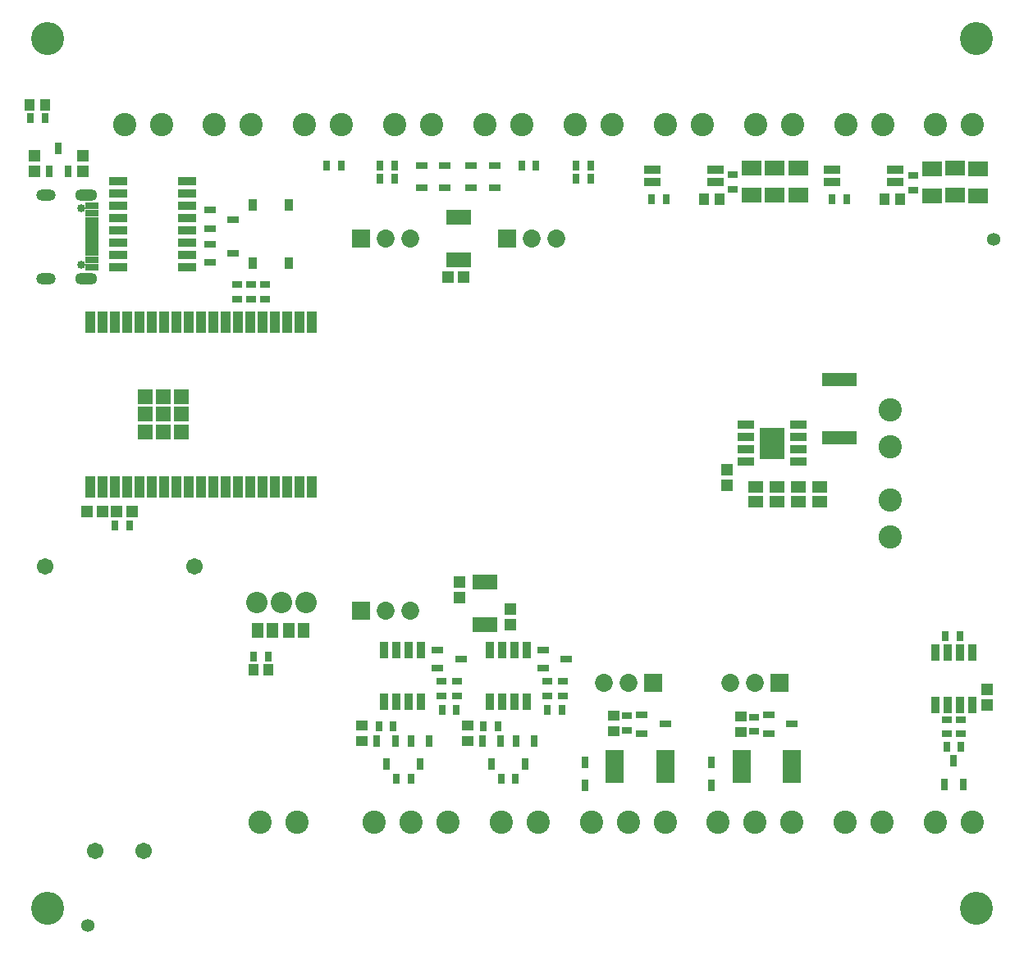
<source format=gbr>
%TF.GenerationSoftware,Altium Limited,Altium Designer,21.9.2 (33)*%
G04 Layer_Color=8388736*
%FSLAX45Y45*%
%MOMM*%
%TF.SameCoordinates,9F934031-F859-43C4-9D29-15814C5376A4*%
%TF.FilePolarity,Negative*%
%TF.FileFunction,Soldermask,Top*%
%TF.Part,Single*%
G01*
G75*
%TA.AperFunction,WasherPad*%
%ADD58C,1.35520*%
%TA.AperFunction,ComponentPad*%
%ADD59R,1.85320X1.85320*%
%ADD60C,1.85320*%
%ADD61C,2.40320*%
%ADD62C,0.85320*%
%ADD63O,2.30320X1.25320*%
%ADD64O,2.00320X1.20320*%
%ADD65C,2.20320*%
%ADD66C,1.70320*%
%TA.AperFunction,WasherPad*%
%ADD67C,3.40320*%
%TA.AperFunction,ViaPad*%
%ADD68C,0.80320*%
%TA.AperFunction,SMDPad,CuDef*%
%ADD74R,1.15320X1.20320*%
%ADD75R,0.50320X1.60320*%
%ADD76R,1.20320X0.70320*%
%ADD77R,0.80320X1.10320*%
%ADD78R,1.75320X0.85320*%
%ADD79R,1.05320X1.15320*%
%ADD80R,1.10320X0.80320*%
%ADD81R,2.05817X1.56713*%
%ADD82R,0.95320X1.20320*%
%ADD83R,1.25320X0.80320*%
%ADD84R,0.80320X1.25320*%
%ADD85R,1.20320X1.15320*%
%ADD86R,1.97820X0.90320*%
%ADD87R,1.35320X0.50320*%
%ADD88R,1.35320X0.80320*%
%TA.AperFunction,BGAPad,CuDef*%
%ADD89R,1.53320X1.53320*%
%TA.AperFunction,ConnectorPad*%
%ADD90R,1.10320X2.20320*%
%TA.AperFunction,SMDPad,CuDef*%
%ADD91R,3.55320X1.45320*%
%ADD92R,2.60320X3.30320*%
%ADD93R,1.72820X0.85320*%
%ADD94R,1.55320X1.15320*%
%ADD95R,0.85320X1.70320*%
%ADD96R,1.15320X1.05320*%
%ADD97R,1.98320X3.35320*%
%ADD98R,0.70320X1.20320*%
%ADD99R,1.15320X1.55320*%
D58*
X-7760000Y-5640000D02*
D03*
X1590000Y1450000D02*
D03*
D59*
X-616000Y-3130000D02*
D03*
X-3430000Y1461000D02*
D03*
X-1926000Y-3130000D02*
D03*
X-4938000Y-2389000D02*
D03*
Y1461000D02*
D03*
D60*
X-1124000Y-3130000D02*
D03*
X-870000D02*
D03*
X-3176000Y1461000D02*
D03*
X-2922000D02*
D03*
X-2434000Y-3130000D02*
D03*
X-2180000D02*
D03*
X-4684000Y-2389000D02*
D03*
X-4430000D02*
D03*
X-4684000Y1461000D02*
D03*
X-4430000D02*
D03*
D61*
X993000Y2631000D02*
D03*
X1374000D02*
D03*
X63000D02*
D03*
X444000D02*
D03*
X-867000D02*
D03*
X-486000D02*
D03*
X-3658000D02*
D03*
X-3277000D02*
D03*
X-4588000D02*
D03*
X-4207000D02*
D03*
X-1797000D02*
D03*
X-1416000D02*
D03*
X-2727000D02*
D03*
X-2346000D02*
D03*
X-5518000D02*
D03*
X-5137000D02*
D03*
X-6068000D02*
D03*
X-6449000D02*
D03*
X-6998000D02*
D03*
X-7379000D02*
D03*
X522000Y-690000D02*
D03*
Y-309000D02*
D03*
Y-1621000D02*
D03*
Y-1240000D02*
D03*
X-1251000Y-4569000D02*
D03*
X-870000D02*
D03*
X-489000D02*
D03*
X-2560000D02*
D03*
X-2179000D02*
D03*
X-1798000D02*
D03*
X-5598000D02*
D03*
X-5979000D02*
D03*
X1371000D02*
D03*
X990000D02*
D03*
X441497D02*
D03*
X60497D02*
D03*
X-4800000D02*
D03*
X-4419000D02*
D03*
X-4038000D02*
D03*
X-3108503D02*
D03*
X-3489503D02*
D03*
D62*
X-7821800Y1766500D02*
D03*
Y1188500D02*
D03*
D63*
X-7771800Y1045500D02*
D03*
Y1909500D02*
D03*
D64*
X-8189800Y1045500D02*
D03*
Y1909500D02*
D03*
D65*
X-6014000Y-2299000D02*
D03*
X-5760000D02*
D03*
X-5506000D02*
D03*
D66*
X-6658000Y-1929000D02*
D03*
X-8198000D02*
D03*
X-7178000Y-4869000D02*
D03*
X-7678000D02*
D03*
D67*
X1412000Y-5459000D02*
D03*
Y3521000D02*
D03*
X-8168000D02*
D03*
Y-5459000D02*
D03*
D68*
X-774000Y-559000D02*
D03*
X-614000Y-759000D02*
D03*
X-774000D02*
D03*
X-614000Y-559000D02*
D03*
X-694000Y-659000D02*
D03*
D74*
X-3878000Y1061000D02*
D03*
X-4038000D02*
D03*
X-7458000Y-1359000D02*
D03*
X-7298000D02*
D03*
X-7608000Y-1360400D02*
D03*
X-7768000D02*
D03*
D75*
X-3830000Y1241000D02*
D03*
X-3880000D02*
D03*
X-3930000D02*
D03*
X-3980000D02*
D03*
X-4030000D02*
D03*
Y1681000D02*
D03*
X-3980000D02*
D03*
X-3930000D02*
D03*
X-3880000D02*
D03*
X-3830000D02*
D03*
X-3760000Y-2529000D02*
D03*
X-3710000D02*
D03*
X-3660000D02*
D03*
X-3610000D02*
D03*
X-3560000D02*
D03*
Y-2089000D02*
D03*
X-3610000D02*
D03*
X-3660000D02*
D03*
X-3710000D02*
D03*
X-3760000D02*
D03*
D76*
X-3560000Y2211000D02*
D03*
X-3800000D02*
D03*
Y1981000D02*
D03*
X-3560000D02*
D03*
X-4310000Y2211000D02*
D03*
X-4070000D02*
D03*
Y1981000D02*
D03*
X-4310000D02*
D03*
D77*
X-3280000Y2211000D02*
D03*
X-3130000D02*
D03*
X-2570000D02*
D03*
X-2720000D02*
D03*
Y2071000D02*
D03*
X-2570000D02*
D03*
X-1788000Y1861000D02*
D03*
X-1938000D02*
D03*
X72000D02*
D03*
X-78000D02*
D03*
X-4740000Y2071000D02*
D03*
X-4590000D02*
D03*
Y2211000D02*
D03*
X-4740000D02*
D03*
X-5140000D02*
D03*
X-5290000D02*
D03*
X-8198000Y2701000D02*
D03*
X-8348000D02*
D03*
X1095000Y-2649000D02*
D03*
X1245000D02*
D03*
X1255000Y-3789000D02*
D03*
X1105000D02*
D03*
X-2863000Y-3409000D02*
D03*
X-3013000D02*
D03*
X-3953000D02*
D03*
X-4103000D02*
D03*
X-3525000Y-3579000D02*
D03*
X-3675000D02*
D03*
X-3493000Y-4119000D02*
D03*
X-3343000D02*
D03*
X-4605000Y-3579000D02*
D03*
X-4755000D02*
D03*
X-4423000Y-4119000D02*
D03*
X-4573000D02*
D03*
X-5895000Y-2859000D02*
D03*
X-6045000D02*
D03*
X-7478000Y-1509000D02*
D03*
X-7328000D02*
D03*
D78*
X-1283000Y2037500D02*
D03*
Y2164500D02*
D03*
X-1933000D02*
D03*
Y2037500D02*
D03*
X577000D02*
D03*
Y2164500D02*
D03*
X-73001D02*
D03*
Y2037500D02*
D03*
D79*
X-1238000Y1861000D02*
D03*
X-1398000D02*
D03*
X462000D02*
D03*
X622000D02*
D03*
X-8358000Y2841000D02*
D03*
X-8198000D02*
D03*
X-5890000Y-2999000D02*
D03*
X-6050000D02*
D03*
D80*
X-1098000Y2116000D02*
D03*
Y1966000D02*
D03*
X762000Y2106000D02*
D03*
Y1956000D02*
D03*
X-6070000Y981000D02*
D03*
Y831000D02*
D03*
X-5927000Y981000D02*
D03*
Y831000D02*
D03*
X-6217000Y981000D02*
D03*
Y831000D02*
D03*
X1250000Y-3659000D02*
D03*
Y-3509000D02*
D03*
X1110000Y-3659000D02*
D03*
Y-3509000D02*
D03*
X-880000Y-3484000D02*
D03*
Y-3634000D02*
D03*
X-2190000Y-3474000D02*
D03*
Y-3624000D02*
D03*
X-2858000Y-3269000D02*
D03*
Y-3119000D02*
D03*
X-3018001D02*
D03*
Y-3269000D02*
D03*
X-3948000Y-3264000D02*
D03*
Y-3114000D02*
D03*
X-4108000Y-3114000D02*
D03*
Y-3264000D02*
D03*
D81*
X-908000Y1902343D02*
D03*
Y2181448D02*
D03*
X-668000Y1902343D02*
D03*
Y2181448D02*
D03*
X-428000Y1901895D02*
D03*
Y2181000D02*
D03*
X952000Y1901447D02*
D03*
Y2180552D02*
D03*
X1192000Y1901895D02*
D03*
Y2181000D02*
D03*
X1432000Y1901447D02*
D03*
Y2180552D02*
D03*
D82*
X-5680500Y1801000D02*
D03*
Y1201000D02*
D03*
X-6055500Y1801000D02*
D03*
Y1201000D02*
D03*
D83*
X-6258000Y1306000D02*
D03*
X-6498000Y1211000D02*
D03*
Y1401000D02*
D03*
X-6258000Y1656000D02*
D03*
X-6498000Y1561000D02*
D03*
Y1751000D02*
D03*
X-490000Y-3559000D02*
D03*
X-730000Y-3654000D02*
D03*
Y-3464000D02*
D03*
X-1800000Y-3559000D02*
D03*
X-2040000Y-3654000D02*
D03*
Y-3464000D02*
D03*
X-4148000Y-2789000D02*
D03*
Y-2979000D02*
D03*
X-3908000Y-2884000D02*
D03*
X-3058000Y-2789000D02*
D03*
Y-2979000D02*
D03*
X-2818000Y-2884000D02*
D03*
D84*
X-8058000Y2391000D02*
D03*
X-7963000Y2151000D02*
D03*
X-8153000D02*
D03*
X1085000Y-4179000D02*
D03*
X1275000D02*
D03*
X1180000Y-3939000D02*
D03*
X-3243000Y-3969000D02*
D03*
X-3338000Y-3729000D02*
D03*
X-3148000D02*
D03*
X-3593000Y-3969000D02*
D03*
X-3688000Y-3729000D02*
D03*
X-3498000D02*
D03*
X-4583000Y-3729000D02*
D03*
X-4773000D02*
D03*
X-4678000Y-3969000D02*
D03*
X-4233000Y-3729000D02*
D03*
X-4423000D02*
D03*
X-4328000Y-3969000D02*
D03*
D85*
X-8308000Y2151000D02*
D03*
Y2311000D02*
D03*
X-7808000D02*
D03*
Y2151000D02*
D03*
X-1160000Y-1090000D02*
D03*
Y-930000D02*
D03*
X1520000Y-3359000D02*
D03*
Y-3199000D02*
D03*
X-3920000Y-2089000D02*
D03*
Y-2249000D02*
D03*
X-3400000Y-2529000D02*
D03*
Y-2369000D02*
D03*
D86*
X-6734200Y2052500D02*
D03*
Y1925500D02*
D03*
Y1798500D02*
D03*
Y1671500D02*
D03*
Y1544500D02*
D03*
Y1417500D02*
D03*
Y1290500D02*
D03*
Y1163500D02*
D03*
X-7441800D02*
D03*
Y1290500D02*
D03*
Y1417500D02*
D03*
Y1544500D02*
D03*
Y1671500D02*
D03*
Y1798500D02*
D03*
Y1925500D02*
D03*
Y2052500D02*
D03*
D87*
X-7714300Y1652500D02*
D03*
Y1602500D02*
D03*
Y1552500D02*
D03*
Y1302500D02*
D03*
Y1352500D02*
D03*
Y1402500D02*
D03*
Y1502500D02*
D03*
Y1452500D02*
D03*
D88*
Y1237500D02*
D03*
Y1717500D02*
D03*
Y1157500D02*
D03*
Y1797500D02*
D03*
D89*
X-6794500Y-542500D02*
D03*
X-6978000D02*
D03*
X-7161500D02*
D03*
Y-359000D02*
D03*
Y-175500D02*
D03*
X-6978000D02*
D03*
X-6794500D02*
D03*
Y-359000D02*
D03*
X-6978000D02*
D03*
D90*
X-7728000Y591000D02*
D03*
X-7601000D02*
D03*
X-7474000D02*
D03*
X-7347000D02*
D03*
X-7220000D02*
D03*
X-7093000D02*
D03*
X-6966000D02*
D03*
X-6839000D02*
D03*
X-6712000D02*
D03*
X-6585000D02*
D03*
X-6458000D02*
D03*
X-6331000D02*
D03*
X-6204000D02*
D03*
X-6077000D02*
D03*
X-5950000D02*
D03*
X-5823000D02*
D03*
X-5696000D02*
D03*
X-5569000D02*
D03*
X-5442000D02*
D03*
Y-1109000D02*
D03*
X-5569000D02*
D03*
X-5696000D02*
D03*
X-5823000D02*
D03*
X-5950000D02*
D03*
X-6077000D02*
D03*
X-6204000D02*
D03*
X-6331000D02*
D03*
X-6458000D02*
D03*
X-6585000D02*
D03*
X-6712000D02*
D03*
X-6839000D02*
D03*
X-6966000D02*
D03*
X-7093000D02*
D03*
X-7220000D02*
D03*
X-7347000D02*
D03*
X-7474000D02*
D03*
X-7601000D02*
D03*
X-7728000D02*
D03*
D91*
X0Y-600000D02*
D03*
Y0D02*
D03*
D92*
X-694000Y-659000D02*
D03*
D93*
X-422800Y-468500D02*
D03*
Y-595500D02*
D03*
Y-722500D02*
D03*
Y-849500D02*
D03*
X-965200D02*
D03*
Y-722500D02*
D03*
Y-595500D02*
D03*
Y-468500D02*
D03*
D94*
X-204000Y-1259000D02*
D03*
Y-1109000D02*
D03*
X-424000D02*
D03*
Y-1259000D02*
D03*
X-644000D02*
D03*
Y-1109000D02*
D03*
X-864000D02*
D03*
Y-1259000D02*
D03*
D95*
X1367000Y-2819000D02*
D03*
X1240000D02*
D03*
X1113000D02*
D03*
X986000D02*
D03*
Y-3359000D02*
D03*
X1113000D02*
D03*
X1240000D02*
D03*
X1367000D02*
D03*
X-3227000Y-2789000D02*
D03*
X-3354000D02*
D03*
X-3481000D02*
D03*
X-3608000D02*
D03*
Y-3329000D02*
D03*
X-3481000D02*
D03*
X-3354000D02*
D03*
X-3227000D02*
D03*
X-4317500Y-2789000D02*
D03*
X-4444500D02*
D03*
X-4571500D02*
D03*
X-4698500D02*
D03*
Y-3329000D02*
D03*
X-4571500D02*
D03*
X-4444500D02*
D03*
X-4317500D02*
D03*
D96*
X-1020000Y-3639000D02*
D03*
Y-3479000D02*
D03*
X-2330000Y-3469000D02*
D03*
Y-3629000D02*
D03*
X-3840000Y-3569000D02*
D03*
Y-3729000D02*
D03*
X-4930000D02*
D03*
Y-3569000D02*
D03*
D97*
X-488500Y-3999000D02*
D03*
X-1011500D02*
D03*
X-1797000D02*
D03*
X-2320000D02*
D03*
D98*
X-1320000Y-4189000D02*
D03*
Y-3949000D02*
D03*
X-2628500Y-4189000D02*
D03*
Y-3949000D02*
D03*
D99*
X-5680000Y-2589000D02*
D03*
X-5530000D02*
D03*
X-6000000D02*
D03*
X-5850000D02*
D03*
%TF.MD5,c700cb2933d9e25c6a594616b8d31dfc*%
M02*

</source>
